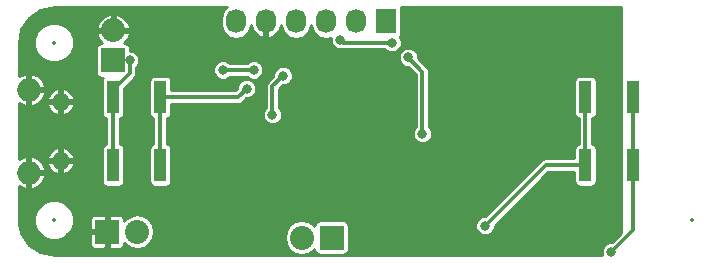
<source format=gtl>
G04 #@! TF.FileFunction,Copper,L1,Top,Signal*
%FSLAX46Y46*%
G04 Gerber Fmt 4.6, Leading zero omitted, Abs format (unit mm)*
G04 Created by KiCad (PCBNEW 4.0.2+dfsg1-stable) date Mon Jul 16 14:53:23 2018*
%MOMM*%
G01*
G04 APERTURE LIST*
%ADD10C,0.350000*%
%ADD11R,2.032000X2.032000*%
%ADD12O,2.032000X2.032000*%
%ADD13R,1.727200X2.032000*%
%ADD14O,1.727200X2.032000*%
%ADD15O,1.500000X1.500000*%
%ADD16O,2.000000X2.000000*%
%ADD17R,1.000000X2.750000*%
%ADD18C,0.800000*%
%ADD19C,0.300000*%
%ADD20C,0.254000*%
%ADD21C,0.350000*%
G04 APERTURE END LIST*
D10*
D11*
X9000000Y-5500000D03*
D12*
X9000000Y-2960000D03*
D11*
X8500000Y-20000000D03*
D12*
X11040000Y-20000000D03*
D13*
X32100000Y-2200000D03*
D14*
X29560000Y-2200000D03*
X27020000Y-2200000D03*
X24480000Y-2200000D03*
X21940000Y-2200000D03*
X19400000Y-2200000D03*
D15*
X4562540Y-14000900D03*
X4562540Y-9000900D03*
D16*
X1862540Y-15000900D03*
X1862540Y-8000900D03*
D11*
X27500000Y-20500000D03*
D12*
X24960000Y-20500000D03*
D17*
X9000000Y-8625000D03*
X9000000Y-14375000D03*
X13000000Y-14375000D03*
X13000000Y-8625000D03*
X53000000Y-14375000D03*
X53000000Y-8625000D03*
X49000000Y-8625000D03*
X49000000Y-14375000D03*
D18*
X10400000Y-5500000D03*
X37250000Y-1500000D03*
X30500000Y-13600000D03*
X36900000Y-20700000D03*
X21900000Y-3800000D03*
X10500000Y-2000000D03*
X18250000Y-7500000D03*
X17500000Y-16750000D03*
X6750000Y-12750000D03*
X6500000Y-10250000D03*
X22500000Y-10100000D03*
X23400000Y-6800000D03*
X51200000Y-21700000D03*
X35200000Y-11700000D03*
X32600000Y-4000000D03*
X28250000Y-3750000D03*
X34000000Y-5250000D03*
X20300000Y-7900000D03*
X20900000Y-6300000D03*
X18300000Y-6300000D03*
X40500000Y-19500000D03*
D19*
X9000000Y-8625000D02*
X9000000Y-8000000D01*
X9000000Y-8000000D02*
X10400000Y-6600000D01*
X10400000Y-6600000D02*
X10400000Y-5500000D01*
X9000000Y-14375000D02*
X9000000Y-8625000D01*
X22500000Y-7700000D02*
X22500000Y-10100000D01*
X23400000Y-6800000D02*
X22500000Y-7700000D01*
X53000000Y-14375000D02*
X53000000Y-19900000D01*
X53000000Y-19900000D02*
X51200000Y-21700000D01*
X53000000Y-8625000D02*
X53000000Y-14375000D01*
X35200000Y-6450000D02*
X34000000Y-5250000D01*
X35200000Y-11700000D02*
X35200000Y-6450000D01*
X32600000Y-4000000D02*
X28500000Y-4000000D01*
X28500000Y-4000000D02*
X28250000Y-3750000D01*
X20300000Y-7900000D02*
X19575000Y-8625000D01*
X19575000Y-8625000D02*
X13000000Y-8625000D01*
X13000000Y-8625000D02*
X13000000Y-14375000D01*
X20900000Y-6300000D02*
X18300000Y-6300000D01*
X49000000Y-8625000D02*
X49000000Y-14375000D01*
X49000000Y-14375000D02*
X45625000Y-14375000D01*
X45625000Y-14375000D02*
X40500000Y-19500000D01*
D20*
G36*
X18487408Y-1106738D02*
X18207641Y-1525439D01*
X18109400Y-2019330D01*
X18109400Y-2380670D01*
X18207641Y-2874561D01*
X18487408Y-3293262D01*
X18906109Y-3573029D01*
X19400000Y-3671270D01*
X19893891Y-3573029D01*
X20312592Y-3293262D01*
X20592359Y-2874561D01*
X20660676Y-2531109D01*
X20825248Y-3005731D01*
X21160122Y-3382596D01*
X21613649Y-3601057D01*
X21813000Y-3529418D01*
X21813000Y-2327000D01*
X21793000Y-2327000D01*
X21793000Y-2073000D01*
X21813000Y-2073000D01*
X21813000Y-2053000D01*
X22067000Y-2053000D01*
X22067000Y-2073000D01*
X22087000Y-2073000D01*
X22087000Y-2327000D01*
X22067000Y-2327000D01*
X22067000Y-3529418D01*
X22266351Y-3601057D01*
X22719878Y-3382596D01*
X23054752Y-3005731D01*
X23219324Y-2531109D01*
X23287641Y-2874561D01*
X23567408Y-3293262D01*
X23986109Y-3573029D01*
X24480000Y-3671270D01*
X24973891Y-3573029D01*
X25392592Y-3293262D01*
X25672359Y-2874561D01*
X25750000Y-2484233D01*
X25827641Y-2874561D01*
X26107408Y-3293262D01*
X26526109Y-3573029D01*
X27020000Y-3671270D01*
X27423139Y-3591081D01*
X27422857Y-3913779D01*
X27548495Y-4217846D01*
X27780930Y-4450688D01*
X28084778Y-4576856D01*
X28413779Y-4577143D01*
X28442032Y-4565469D01*
X28500000Y-4577000D01*
X32007458Y-4577000D01*
X32130930Y-4700688D01*
X32434778Y-4826856D01*
X32763779Y-4827143D01*
X33067846Y-4701505D01*
X33300688Y-4469070D01*
X33426856Y-4165222D01*
X33427143Y-3836221D01*
X33301505Y-3532154D01*
X33279465Y-3510075D01*
X33364664Y-3385381D01*
X33398965Y-3216000D01*
X33398965Y-1184000D01*
X33369191Y-1025763D01*
X33353900Y-1002000D01*
X51973000Y-1002000D01*
X51973000Y-20110999D01*
X51210989Y-20873009D01*
X51036221Y-20872857D01*
X50732154Y-20998495D01*
X50499312Y-21230930D01*
X50373144Y-21534778D01*
X50372857Y-21863779D01*
X50428316Y-21998000D01*
X4049441Y-21998000D01*
X2856479Y-21760705D01*
X1887048Y-21112952D01*
X1239295Y-20143521D01*
X1077896Y-19332112D01*
X2322710Y-19332112D01*
X2577480Y-19948703D01*
X3048816Y-20420862D01*
X3664961Y-20676708D01*
X4332112Y-20677290D01*
X4948703Y-20422520D01*
X5137802Y-20233750D01*
X7057000Y-20233750D01*
X7057000Y-21100935D01*
X7122007Y-21257876D01*
X7242124Y-21377993D01*
X7399064Y-21443000D01*
X8266250Y-21443000D01*
X8373000Y-21336250D01*
X8373000Y-20127000D01*
X7163750Y-20127000D01*
X7057000Y-20233750D01*
X5137802Y-20233750D01*
X5420862Y-19951184D01*
X5676708Y-19335039D01*
X5677088Y-18899065D01*
X7057000Y-18899065D01*
X7057000Y-19766250D01*
X7163750Y-19873000D01*
X8373000Y-19873000D01*
X8373000Y-18663750D01*
X8627000Y-18663750D01*
X8627000Y-19873000D01*
X8647000Y-19873000D01*
X8647000Y-20127000D01*
X8627000Y-20127000D01*
X8627000Y-21336250D01*
X8733750Y-21443000D01*
X9600936Y-21443000D01*
X9757876Y-21377993D01*
X9877993Y-21257876D01*
X9943000Y-21100935D01*
X9943000Y-20933918D01*
X10019645Y-21048625D01*
X10487788Y-21361428D01*
X11040000Y-21471270D01*
X11592212Y-21361428D01*
X12060355Y-21048625D01*
X12373158Y-20580482D01*
X12394790Y-20471730D01*
X23517000Y-20471730D01*
X23517000Y-20528270D01*
X23626842Y-21080482D01*
X23939645Y-21548625D01*
X24407788Y-21861428D01*
X24960000Y-21971270D01*
X25512212Y-21861428D01*
X25980355Y-21548625D01*
X26048635Y-21446437D01*
X26048635Y-21516000D01*
X26078409Y-21674237D01*
X26171927Y-21819567D01*
X26314619Y-21917064D01*
X26484000Y-21951365D01*
X28516000Y-21951365D01*
X28674237Y-21921591D01*
X28819567Y-21828073D01*
X28917064Y-21685381D01*
X28951365Y-21516000D01*
X28951365Y-19663779D01*
X39672857Y-19663779D01*
X39798495Y-19967846D01*
X40030930Y-20200688D01*
X40334778Y-20326856D01*
X40663779Y-20327143D01*
X40967846Y-20201505D01*
X41200688Y-19969070D01*
X41326856Y-19665222D01*
X41327010Y-19488992D01*
X45864001Y-14952000D01*
X48064635Y-14952000D01*
X48064635Y-15750000D01*
X48094409Y-15908237D01*
X48187927Y-16053567D01*
X48330619Y-16151064D01*
X48500000Y-16185365D01*
X49500000Y-16185365D01*
X49658237Y-16155591D01*
X49803567Y-16062073D01*
X49901064Y-15919381D01*
X49935365Y-15750000D01*
X49935365Y-13000000D01*
X49905591Y-12841763D01*
X49812073Y-12696433D01*
X49669381Y-12598936D01*
X49577000Y-12580228D01*
X49577000Y-10420877D01*
X49658237Y-10405591D01*
X49803567Y-10312073D01*
X49901064Y-10169381D01*
X49935365Y-10000000D01*
X49935365Y-7250000D01*
X49905591Y-7091763D01*
X49812073Y-6946433D01*
X49669381Y-6848936D01*
X49500000Y-6814635D01*
X48500000Y-6814635D01*
X48341763Y-6844409D01*
X48196433Y-6937927D01*
X48098936Y-7080619D01*
X48064635Y-7250000D01*
X48064635Y-10000000D01*
X48094409Y-10158237D01*
X48187927Y-10303567D01*
X48330619Y-10401064D01*
X48423000Y-10419772D01*
X48423000Y-12579123D01*
X48341763Y-12594409D01*
X48196433Y-12687927D01*
X48098936Y-12830619D01*
X48064635Y-13000000D01*
X48064635Y-13798000D01*
X45625005Y-13798000D01*
X45625000Y-13797999D01*
X45404192Y-13841922D01*
X45216999Y-13966999D01*
X45216997Y-13967002D01*
X40510989Y-18673009D01*
X40336221Y-18672857D01*
X40032154Y-18798495D01*
X39799312Y-19030930D01*
X39673144Y-19334778D01*
X39672857Y-19663779D01*
X28951365Y-19663779D01*
X28951365Y-19484000D01*
X28921591Y-19325763D01*
X28828073Y-19180433D01*
X28685381Y-19082936D01*
X28516000Y-19048635D01*
X26484000Y-19048635D01*
X26325763Y-19078409D01*
X26180433Y-19171927D01*
X26082936Y-19314619D01*
X26048635Y-19484000D01*
X26048635Y-19553563D01*
X25980355Y-19451375D01*
X25512212Y-19138572D01*
X24960000Y-19028730D01*
X24407788Y-19138572D01*
X23939645Y-19451375D01*
X23626842Y-19919518D01*
X23517000Y-20471730D01*
X12394790Y-20471730D01*
X12483000Y-20028270D01*
X12483000Y-19971730D01*
X12373158Y-19419518D01*
X12060355Y-18951375D01*
X11592212Y-18638572D01*
X11040000Y-18528730D01*
X10487788Y-18638572D01*
X10019645Y-18951375D01*
X9943000Y-19066082D01*
X9943000Y-18899065D01*
X9877993Y-18742124D01*
X9757876Y-18622007D01*
X9600936Y-18557000D01*
X8733750Y-18557000D01*
X8627000Y-18663750D01*
X8373000Y-18663750D01*
X8266250Y-18557000D01*
X7399064Y-18557000D01*
X7242124Y-18622007D01*
X7122007Y-18742124D01*
X7057000Y-18899065D01*
X5677088Y-18899065D01*
X5677290Y-18667888D01*
X5422520Y-18051297D01*
X4951184Y-17579138D01*
X4335039Y-17323292D01*
X3667888Y-17322710D01*
X3051297Y-17577480D01*
X2579138Y-18048816D01*
X2323292Y-18664961D01*
X2322710Y-19332112D01*
X1077896Y-19332112D01*
X1002000Y-18950559D01*
X1002000Y-16135830D01*
X1011603Y-16146441D01*
X1514756Y-16384881D01*
X1735540Y-16315497D01*
X1735540Y-15127900D01*
X1989540Y-15127900D01*
X1989540Y-16315497D01*
X2210324Y-16384881D01*
X2713477Y-16146441D01*
X3087083Y-15733602D01*
X3246511Y-15348683D01*
X3176667Y-15127900D01*
X1989540Y-15127900D01*
X1735540Y-15127900D01*
X1715540Y-15127900D01*
X1715540Y-14873900D01*
X1735540Y-14873900D01*
X1735540Y-13686303D01*
X1989540Y-13686303D01*
X1989540Y-14873900D01*
X3176667Y-14873900D01*
X3246511Y-14653117D01*
X3104143Y-14309385D01*
X3426685Y-14309385D01*
X3541228Y-14585945D01*
X3842858Y-14932250D01*
X4254053Y-15136766D01*
X4435540Y-15064290D01*
X4435540Y-14127900D01*
X4689540Y-14127900D01*
X4689540Y-15064290D01*
X4871027Y-15136766D01*
X5282222Y-14932250D01*
X5583852Y-14585945D01*
X5698395Y-14309385D01*
X5625228Y-14127900D01*
X4689540Y-14127900D01*
X4435540Y-14127900D01*
X3499852Y-14127900D01*
X3426685Y-14309385D01*
X3104143Y-14309385D01*
X3087083Y-14268198D01*
X2713477Y-13855359D01*
X2369635Y-13692415D01*
X3426685Y-13692415D01*
X3499852Y-13873900D01*
X4435540Y-13873900D01*
X4435540Y-12937510D01*
X4689540Y-12937510D01*
X4689540Y-13873900D01*
X5625228Y-13873900D01*
X5698395Y-13692415D01*
X5583852Y-13415855D01*
X5282222Y-13069550D01*
X4871027Y-12865034D01*
X4689540Y-12937510D01*
X4435540Y-12937510D01*
X4254053Y-12865034D01*
X3842858Y-13069550D01*
X3541228Y-13415855D01*
X3426685Y-13692415D01*
X2369635Y-13692415D01*
X2210324Y-13616919D01*
X1989540Y-13686303D01*
X1735540Y-13686303D01*
X1514756Y-13616919D01*
X1011603Y-13855359D01*
X1002000Y-13865970D01*
X1002000Y-9135830D01*
X1011603Y-9146441D01*
X1514756Y-9384881D01*
X1735540Y-9315497D01*
X1735540Y-8127900D01*
X1989540Y-8127900D01*
X1989540Y-9315497D01*
X2210324Y-9384881D01*
X2369634Y-9309385D01*
X3426685Y-9309385D01*
X3541228Y-9585945D01*
X3842858Y-9932250D01*
X4254053Y-10136766D01*
X4435540Y-10064290D01*
X4435540Y-9127900D01*
X4689540Y-9127900D01*
X4689540Y-10064290D01*
X4871027Y-10136766D01*
X5282222Y-9932250D01*
X5583852Y-9585945D01*
X5698395Y-9309385D01*
X5625228Y-9127900D01*
X4689540Y-9127900D01*
X4435540Y-9127900D01*
X3499852Y-9127900D01*
X3426685Y-9309385D01*
X2369634Y-9309385D01*
X2713477Y-9146441D01*
X3087083Y-8733602D01*
X3104142Y-8692415D01*
X3426685Y-8692415D01*
X3499852Y-8873900D01*
X4435540Y-8873900D01*
X4435540Y-7937510D01*
X4689540Y-7937510D01*
X4689540Y-8873900D01*
X5625228Y-8873900D01*
X5698395Y-8692415D01*
X5583852Y-8415855D01*
X5282222Y-8069550D01*
X4871027Y-7865034D01*
X4689540Y-7937510D01*
X4435540Y-7937510D01*
X4254053Y-7865034D01*
X3842858Y-8069550D01*
X3541228Y-8415855D01*
X3426685Y-8692415D01*
X3104142Y-8692415D01*
X3246511Y-8348683D01*
X3176667Y-8127900D01*
X1989540Y-8127900D01*
X1735540Y-8127900D01*
X1715540Y-8127900D01*
X1715540Y-7873900D01*
X1735540Y-7873900D01*
X1735540Y-6686303D01*
X1989540Y-6686303D01*
X1989540Y-7873900D01*
X3176667Y-7873900D01*
X3246511Y-7653117D01*
X3087083Y-7268198D01*
X2713477Y-6855359D01*
X2210324Y-6616919D01*
X1989540Y-6686303D01*
X1735540Y-6686303D01*
X1514756Y-6616919D01*
X1011603Y-6855359D01*
X1002000Y-6865970D01*
X1002000Y-4332112D01*
X2322710Y-4332112D01*
X2577480Y-4948703D01*
X3048816Y-5420862D01*
X3664961Y-5676708D01*
X4332112Y-5677290D01*
X4948703Y-5422520D01*
X5420862Y-4951184D01*
X5614853Y-4484000D01*
X7548635Y-4484000D01*
X7548635Y-6516000D01*
X7578409Y-6674237D01*
X7671927Y-6819567D01*
X7814619Y-6917064D01*
X7984000Y-6951365D01*
X8187251Y-6951365D01*
X8098936Y-7080619D01*
X8064635Y-7250000D01*
X8064635Y-10000000D01*
X8094409Y-10158237D01*
X8187927Y-10303567D01*
X8330619Y-10401064D01*
X8423000Y-10419772D01*
X8423000Y-12579123D01*
X8341763Y-12594409D01*
X8196433Y-12687927D01*
X8098936Y-12830619D01*
X8064635Y-13000000D01*
X8064635Y-15750000D01*
X8094409Y-15908237D01*
X8187927Y-16053567D01*
X8330619Y-16151064D01*
X8500000Y-16185365D01*
X9500000Y-16185365D01*
X9658237Y-16155591D01*
X9803567Y-16062073D01*
X9901064Y-15919381D01*
X9935365Y-15750000D01*
X9935365Y-13000000D01*
X9905591Y-12841763D01*
X9812073Y-12696433D01*
X9669381Y-12598936D01*
X9577000Y-12580228D01*
X9577000Y-10420877D01*
X9658237Y-10405591D01*
X9803567Y-10312073D01*
X9901064Y-10169381D01*
X9935365Y-10000000D01*
X9935365Y-7880637D01*
X10566002Y-7250000D01*
X12064635Y-7250000D01*
X12064635Y-10000000D01*
X12094409Y-10158237D01*
X12187927Y-10303567D01*
X12330619Y-10401064D01*
X12423000Y-10419772D01*
X12423000Y-12579123D01*
X12341763Y-12594409D01*
X12196433Y-12687927D01*
X12098936Y-12830619D01*
X12064635Y-13000000D01*
X12064635Y-15750000D01*
X12094409Y-15908237D01*
X12187927Y-16053567D01*
X12330619Y-16151064D01*
X12500000Y-16185365D01*
X13500000Y-16185365D01*
X13658237Y-16155591D01*
X13803567Y-16062073D01*
X13901064Y-15919381D01*
X13935365Y-15750000D01*
X13935365Y-13000000D01*
X13905591Y-12841763D01*
X13812073Y-12696433D01*
X13669381Y-12598936D01*
X13577000Y-12580228D01*
X13577000Y-10420877D01*
X13658237Y-10405591D01*
X13803567Y-10312073D01*
X13836564Y-10263779D01*
X21672857Y-10263779D01*
X21798495Y-10567846D01*
X22030930Y-10800688D01*
X22334778Y-10926856D01*
X22663779Y-10927143D01*
X22967846Y-10801505D01*
X23200688Y-10569070D01*
X23326856Y-10265222D01*
X23327143Y-9936221D01*
X23201505Y-9632154D01*
X23077000Y-9507431D01*
X23077000Y-7939002D01*
X23389011Y-7626991D01*
X23563779Y-7627143D01*
X23867846Y-7501505D01*
X24100688Y-7269070D01*
X24226856Y-6965222D01*
X24227143Y-6636221D01*
X24101505Y-6332154D01*
X23869070Y-6099312D01*
X23565222Y-5973144D01*
X23236221Y-5972857D01*
X22932154Y-6098495D01*
X22699312Y-6330930D01*
X22573144Y-6634778D01*
X22572990Y-6811008D01*
X22091999Y-7291999D01*
X21966922Y-7479192D01*
X21922999Y-7700000D01*
X21923000Y-7700005D01*
X21923000Y-9507458D01*
X21799312Y-9630930D01*
X21673144Y-9934778D01*
X21672857Y-10263779D01*
X13836564Y-10263779D01*
X13901064Y-10169381D01*
X13935365Y-10000000D01*
X13935365Y-9202000D01*
X19574995Y-9202000D01*
X19575000Y-9202001D01*
X19795808Y-9158078D01*
X19983001Y-9033001D01*
X20289011Y-8726991D01*
X20463779Y-8727143D01*
X20767846Y-8601505D01*
X21000688Y-8369070D01*
X21126856Y-8065222D01*
X21127143Y-7736221D01*
X21001505Y-7432154D01*
X20769070Y-7199312D01*
X20465222Y-7073144D01*
X20136221Y-7072857D01*
X19832154Y-7198495D01*
X19599312Y-7430930D01*
X19473144Y-7734778D01*
X19472990Y-7911008D01*
X19335998Y-8048000D01*
X13935365Y-8048000D01*
X13935365Y-7250000D01*
X13905591Y-7091763D01*
X13812073Y-6946433D01*
X13669381Y-6848936D01*
X13500000Y-6814635D01*
X12500000Y-6814635D01*
X12341763Y-6844409D01*
X12196433Y-6937927D01*
X12098936Y-7080619D01*
X12064635Y-7250000D01*
X10566002Y-7250000D01*
X10808001Y-7008001D01*
X10933078Y-6820808D01*
X10977001Y-6600000D01*
X10977000Y-6599995D01*
X10977000Y-6463779D01*
X17472857Y-6463779D01*
X17598495Y-6767846D01*
X17830930Y-7000688D01*
X18134778Y-7126856D01*
X18463779Y-7127143D01*
X18767846Y-7001505D01*
X18892569Y-6877000D01*
X20307458Y-6877000D01*
X20430930Y-7000688D01*
X20734778Y-7126856D01*
X21063779Y-7127143D01*
X21367846Y-7001505D01*
X21600688Y-6769070D01*
X21726856Y-6465222D01*
X21727143Y-6136221D01*
X21601505Y-5832154D01*
X21369070Y-5599312D01*
X21065222Y-5473144D01*
X20736221Y-5472857D01*
X20432154Y-5598495D01*
X20307431Y-5723000D01*
X18892542Y-5723000D01*
X18769070Y-5599312D01*
X18465222Y-5473144D01*
X18136221Y-5472857D01*
X17832154Y-5598495D01*
X17599312Y-5830930D01*
X17473144Y-6134778D01*
X17472857Y-6463779D01*
X10977000Y-6463779D01*
X10977000Y-6092542D01*
X11100688Y-5969070D01*
X11226856Y-5665222D01*
X11227075Y-5413779D01*
X33172857Y-5413779D01*
X33298495Y-5717846D01*
X33530930Y-5950688D01*
X33834778Y-6076856D01*
X34011008Y-6077010D01*
X34623000Y-6689001D01*
X34623000Y-11107458D01*
X34499312Y-11230930D01*
X34373144Y-11534778D01*
X34372857Y-11863779D01*
X34498495Y-12167846D01*
X34730930Y-12400688D01*
X35034778Y-12526856D01*
X35363779Y-12527143D01*
X35667846Y-12401505D01*
X35900688Y-12169070D01*
X36026856Y-11865222D01*
X36027143Y-11536221D01*
X35901505Y-11232154D01*
X35777000Y-11107431D01*
X35777000Y-6450000D01*
X35733078Y-6229192D01*
X35608001Y-6041999D01*
X35607998Y-6041997D01*
X34826991Y-5260989D01*
X34827143Y-5086221D01*
X34701505Y-4782154D01*
X34469070Y-4549312D01*
X34165222Y-4423144D01*
X33836221Y-4422857D01*
X33532154Y-4548495D01*
X33299312Y-4780930D01*
X33173144Y-5084778D01*
X33172857Y-5413779D01*
X11227075Y-5413779D01*
X11227143Y-5336221D01*
X11101505Y-5032154D01*
X10869070Y-4799312D01*
X10565222Y-4673144D01*
X10451365Y-4673045D01*
X10451365Y-4484000D01*
X10421591Y-4325763D01*
X10328073Y-4180433D01*
X10185381Y-4082936D01*
X10016000Y-4048635D01*
X9923349Y-4048635D01*
X10237538Y-3702143D01*
X10399836Y-3310295D01*
X10330201Y-3087000D01*
X9127000Y-3087000D01*
X9127000Y-3107000D01*
X8873000Y-3107000D01*
X8873000Y-3087000D01*
X7669799Y-3087000D01*
X7600164Y-3310295D01*
X7762462Y-3702143D01*
X8076651Y-4048635D01*
X7984000Y-4048635D01*
X7825763Y-4078409D01*
X7680433Y-4171927D01*
X7582936Y-4314619D01*
X7548635Y-4484000D01*
X5614853Y-4484000D01*
X5676708Y-4335039D01*
X5677290Y-3667888D01*
X5422520Y-3051297D01*
X4981698Y-2609705D01*
X7600164Y-2609705D01*
X7669799Y-2833000D01*
X8873000Y-2833000D01*
X8873000Y-1629340D01*
X9127000Y-1629340D01*
X9127000Y-2833000D01*
X10330201Y-2833000D01*
X10399836Y-2609705D01*
X10237538Y-2217857D01*
X9859330Y-1800764D01*
X9350297Y-1560154D01*
X9127000Y-1629340D01*
X8873000Y-1629340D01*
X8649703Y-1560154D01*
X8140670Y-1800764D01*
X7762462Y-2217857D01*
X7600164Y-2609705D01*
X4981698Y-2609705D01*
X4951184Y-2579138D01*
X4335039Y-2323292D01*
X3667888Y-2322710D01*
X3051297Y-2577480D01*
X2579138Y-3048816D01*
X2323292Y-3664961D01*
X2322710Y-4332112D01*
X1002000Y-4332112D01*
X1002000Y-4049441D01*
X1239295Y-2856479D01*
X1887048Y-1887048D01*
X2856479Y-1239295D01*
X4049441Y-1002000D01*
X18644160Y-1002000D01*
X18487408Y-1106738D01*
X18487408Y-1106738D01*
G37*
X18487408Y-1106738D02*
X18207641Y-1525439D01*
X18109400Y-2019330D01*
X18109400Y-2380670D01*
X18207641Y-2874561D01*
X18487408Y-3293262D01*
X18906109Y-3573029D01*
X19400000Y-3671270D01*
X19893891Y-3573029D01*
X20312592Y-3293262D01*
X20592359Y-2874561D01*
X20660676Y-2531109D01*
X20825248Y-3005731D01*
X21160122Y-3382596D01*
X21613649Y-3601057D01*
X21813000Y-3529418D01*
X21813000Y-2327000D01*
X21793000Y-2327000D01*
X21793000Y-2073000D01*
X21813000Y-2073000D01*
X21813000Y-2053000D01*
X22067000Y-2053000D01*
X22067000Y-2073000D01*
X22087000Y-2073000D01*
X22087000Y-2327000D01*
X22067000Y-2327000D01*
X22067000Y-3529418D01*
X22266351Y-3601057D01*
X22719878Y-3382596D01*
X23054752Y-3005731D01*
X23219324Y-2531109D01*
X23287641Y-2874561D01*
X23567408Y-3293262D01*
X23986109Y-3573029D01*
X24480000Y-3671270D01*
X24973891Y-3573029D01*
X25392592Y-3293262D01*
X25672359Y-2874561D01*
X25750000Y-2484233D01*
X25827641Y-2874561D01*
X26107408Y-3293262D01*
X26526109Y-3573029D01*
X27020000Y-3671270D01*
X27423139Y-3591081D01*
X27422857Y-3913779D01*
X27548495Y-4217846D01*
X27780930Y-4450688D01*
X28084778Y-4576856D01*
X28413779Y-4577143D01*
X28442032Y-4565469D01*
X28500000Y-4577000D01*
X32007458Y-4577000D01*
X32130930Y-4700688D01*
X32434778Y-4826856D01*
X32763779Y-4827143D01*
X33067846Y-4701505D01*
X33300688Y-4469070D01*
X33426856Y-4165222D01*
X33427143Y-3836221D01*
X33301505Y-3532154D01*
X33279465Y-3510075D01*
X33364664Y-3385381D01*
X33398965Y-3216000D01*
X33398965Y-1184000D01*
X33369191Y-1025763D01*
X33353900Y-1002000D01*
X51973000Y-1002000D01*
X51973000Y-20110999D01*
X51210989Y-20873009D01*
X51036221Y-20872857D01*
X50732154Y-20998495D01*
X50499312Y-21230930D01*
X50373144Y-21534778D01*
X50372857Y-21863779D01*
X50428316Y-21998000D01*
X4049441Y-21998000D01*
X2856479Y-21760705D01*
X1887048Y-21112952D01*
X1239295Y-20143521D01*
X1077896Y-19332112D01*
X2322710Y-19332112D01*
X2577480Y-19948703D01*
X3048816Y-20420862D01*
X3664961Y-20676708D01*
X4332112Y-20677290D01*
X4948703Y-20422520D01*
X5137802Y-20233750D01*
X7057000Y-20233750D01*
X7057000Y-21100935D01*
X7122007Y-21257876D01*
X7242124Y-21377993D01*
X7399064Y-21443000D01*
X8266250Y-21443000D01*
X8373000Y-21336250D01*
X8373000Y-20127000D01*
X7163750Y-20127000D01*
X7057000Y-20233750D01*
X5137802Y-20233750D01*
X5420862Y-19951184D01*
X5676708Y-19335039D01*
X5677088Y-18899065D01*
X7057000Y-18899065D01*
X7057000Y-19766250D01*
X7163750Y-19873000D01*
X8373000Y-19873000D01*
X8373000Y-18663750D01*
X8627000Y-18663750D01*
X8627000Y-19873000D01*
X8647000Y-19873000D01*
X8647000Y-20127000D01*
X8627000Y-20127000D01*
X8627000Y-21336250D01*
X8733750Y-21443000D01*
X9600936Y-21443000D01*
X9757876Y-21377993D01*
X9877993Y-21257876D01*
X9943000Y-21100935D01*
X9943000Y-20933918D01*
X10019645Y-21048625D01*
X10487788Y-21361428D01*
X11040000Y-21471270D01*
X11592212Y-21361428D01*
X12060355Y-21048625D01*
X12373158Y-20580482D01*
X12394790Y-20471730D01*
X23517000Y-20471730D01*
X23517000Y-20528270D01*
X23626842Y-21080482D01*
X23939645Y-21548625D01*
X24407788Y-21861428D01*
X24960000Y-21971270D01*
X25512212Y-21861428D01*
X25980355Y-21548625D01*
X26048635Y-21446437D01*
X26048635Y-21516000D01*
X26078409Y-21674237D01*
X26171927Y-21819567D01*
X26314619Y-21917064D01*
X26484000Y-21951365D01*
X28516000Y-21951365D01*
X28674237Y-21921591D01*
X28819567Y-21828073D01*
X28917064Y-21685381D01*
X28951365Y-21516000D01*
X28951365Y-19663779D01*
X39672857Y-19663779D01*
X39798495Y-19967846D01*
X40030930Y-20200688D01*
X40334778Y-20326856D01*
X40663779Y-20327143D01*
X40967846Y-20201505D01*
X41200688Y-19969070D01*
X41326856Y-19665222D01*
X41327010Y-19488992D01*
X45864001Y-14952000D01*
X48064635Y-14952000D01*
X48064635Y-15750000D01*
X48094409Y-15908237D01*
X48187927Y-16053567D01*
X48330619Y-16151064D01*
X48500000Y-16185365D01*
X49500000Y-16185365D01*
X49658237Y-16155591D01*
X49803567Y-16062073D01*
X49901064Y-15919381D01*
X49935365Y-15750000D01*
X49935365Y-13000000D01*
X49905591Y-12841763D01*
X49812073Y-12696433D01*
X49669381Y-12598936D01*
X49577000Y-12580228D01*
X49577000Y-10420877D01*
X49658237Y-10405591D01*
X49803567Y-10312073D01*
X49901064Y-10169381D01*
X49935365Y-10000000D01*
X49935365Y-7250000D01*
X49905591Y-7091763D01*
X49812073Y-6946433D01*
X49669381Y-6848936D01*
X49500000Y-6814635D01*
X48500000Y-6814635D01*
X48341763Y-6844409D01*
X48196433Y-6937927D01*
X48098936Y-7080619D01*
X48064635Y-7250000D01*
X48064635Y-10000000D01*
X48094409Y-10158237D01*
X48187927Y-10303567D01*
X48330619Y-10401064D01*
X48423000Y-10419772D01*
X48423000Y-12579123D01*
X48341763Y-12594409D01*
X48196433Y-12687927D01*
X48098936Y-12830619D01*
X48064635Y-13000000D01*
X48064635Y-13798000D01*
X45625005Y-13798000D01*
X45625000Y-13797999D01*
X45404192Y-13841922D01*
X45216999Y-13966999D01*
X45216997Y-13967002D01*
X40510989Y-18673009D01*
X40336221Y-18672857D01*
X40032154Y-18798495D01*
X39799312Y-19030930D01*
X39673144Y-19334778D01*
X39672857Y-19663779D01*
X28951365Y-19663779D01*
X28951365Y-19484000D01*
X28921591Y-19325763D01*
X28828073Y-19180433D01*
X28685381Y-19082936D01*
X28516000Y-19048635D01*
X26484000Y-19048635D01*
X26325763Y-19078409D01*
X26180433Y-19171927D01*
X26082936Y-19314619D01*
X26048635Y-19484000D01*
X26048635Y-19553563D01*
X25980355Y-19451375D01*
X25512212Y-19138572D01*
X24960000Y-19028730D01*
X24407788Y-19138572D01*
X23939645Y-19451375D01*
X23626842Y-19919518D01*
X23517000Y-20471730D01*
X12394790Y-20471730D01*
X12483000Y-20028270D01*
X12483000Y-19971730D01*
X12373158Y-19419518D01*
X12060355Y-18951375D01*
X11592212Y-18638572D01*
X11040000Y-18528730D01*
X10487788Y-18638572D01*
X10019645Y-18951375D01*
X9943000Y-19066082D01*
X9943000Y-18899065D01*
X9877993Y-18742124D01*
X9757876Y-18622007D01*
X9600936Y-18557000D01*
X8733750Y-18557000D01*
X8627000Y-18663750D01*
X8373000Y-18663750D01*
X8266250Y-18557000D01*
X7399064Y-18557000D01*
X7242124Y-18622007D01*
X7122007Y-18742124D01*
X7057000Y-18899065D01*
X5677088Y-18899065D01*
X5677290Y-18667888D01*
X5422520Y-18051297D01*
X4951184Y-17579138D01*
X4335039Y-17323292D01*
X3667888Y-17322710D01*
X3051297Y-17577480D01*
X2579138Y-18048816D01*
X2323292Y-18664961D01*
X2322710Y-19332112D01*
X1077896Y-19332112D01*
X1002000Y-18950559D01*
X1002000Y-16135830D01*
X1011603Y-16146441D01*
X1514756Y-16384881D01*
X1735540Y-16315497D01*
X1735540Y-15127900D01*
X1989540Y-15127900D01*
X1989540Y-16315497D01*
X2210324Y-16384881D01*
X2713477Y-16146441D01*
X3087083Y-15733602D01*
X3246511Y-15348683D01*
X3176667Y-15127900D01*
X1989540Y-15127900D01*
X1735540Y-15127900D01*
X1715540Y-15127900D01*
X1715540Y-14873900D01*
X1735540Y-14873900D01*
X1735540Y-13686303D01*
X1989540Y-13686303D01*
X1989540Y-14873900D01*
X3176667Y-14873900D01*
X3246511Y-14653117D01*
X3104143Y-14309385D01*
X3426685Y-14309385D01*
X3541228Y-14585945D01*
X3842858Y-14932250D01*
X4254053Y-15136766D01*
X4435540Y-15064290D01*
X4435540Y-14127900D01*
X4689540Y-14127900D01*
X4689540Y-15064290D01*
X4871027Y-15136766D01*
X5282222Y-14932250D01*
X5583852Y-14585945D01*
X5698395Y-14309385D01*
X5625228Y-14127900D01*
X4689540Y-14127900D01*
X4435540Y-14127900D01*
X3499852Y-14127900D01*
X3426685Y-14309385D01*
X3104143Y-14309385D01*
X3087083Y-14268198D01*
X2713477Y-13855359D01*
X2369635Y-13692415D01*
X3426685Y-13692415D01*
X3499852Y-13873900D01*
X4435540Y-13873900D01*
X4435540Y-12937510D01*
X4689540Y-12937510D01*
X4689540Y-13873900D01*
X5625228Y-13873900D01*
X5698395Y-13692415D01*
X5583852Y-13415855D01*
X5282222Y-13069550D01*
X4871027Y-12865034D01*
X4689540Y-12937510D01*
X4435540Y-12937510D01*
X4254053Y-12865034D01*
X3842858Y-13069550D01*
X3541228Y-13415855D01*
X3426685Y-13692415D01*
X2369635Y-13692415D01*
X2210324Y-13616919D01*
X1989540Y-13686303D01*
X1735540Y-13686303D01*
X1514756Y-13616919D01*
X1011603Y-13855359D01*
X1002000Y-13865970D01*
X1002000Y-9135830D01*
X1011603Y-9146441D01*
X1514756Y-9384881D01*
X1735540Y-9315497D01*
X1735540Y-8127900D01*
X1989540Y-8127900D01*
X1989540Y-9315497D01*
X2210324Y-9384881D01*
X2369634Y-9309385D01*
X3426685Y-9309385D01*
X3541228Y-9585945D01*
X3842858Y-9932250D01*
X4254053Y-10136766D01*
X4435540Y-10064290D01*
X4435540Y-9127900D01*
X4689540Y-9127900D01*
X4689540Y-10064290D01*
X4871027Y-10136766D01*
X5282222Y-9932250D01*
X5583852Y-9585945D01*
X5698395Y-9309385D01*
X5625228Y-9127900D01*
X4689540Y-9127900D01*
X4435540Y-9127900D01*
X3499852Y-9127900D01*
X3426685Y-9309385D01*
X2369634Y-9309385D01*
X2713477Y-9146441D01*
X3087083Y-8733602D01*
X3104142Y-8692415D01*
X3426685Y-8692415D01*
X3499852Y-8873900D01*
X4435540Y-8873900D01*
X4435540Y-7937510D01*
X4689540Y-7937510D01*
X4689540Y-8873900D01*
X5625228Y-8873900D01*
X5698395Y-8692415D01*
X5583852Y-8415855D01*
X5282222Y-8069550D01*
X4871027Y-7865034D01*
X4689540Y-7937510D01*
X4435540Y-7937510D01*
X4254053Y-7865034D01*
X3842858Y-8069550D01*
X3541228Y-8415855D01*
X3426685Y-8692415D01*
X3104142Y-8692415D01*
X3246511Y-8348683D01*
X3176667Y-8127900D01*
X1989540Y-8127900D01*
X1735540Y-8127900D01*
X1715540Y-8127900D01*
X1715540Y-7873900D01*
X1735540Y-7873900D01*
X1735540Y-6686303D01*
X1989540Y-6686303D01*
X1989540Y-7873900D01*
X3176667Y-7873900D01*
X3246511Y-7653117D01*
X3087083Y-7268198D01*
X2713477Y-6855359D01*
X2210324Y-6616919D01*
X1989540Y-6686303D01*
X1735540Y-6686303D01*
X1514756Y-6616919D01*
X1011603Y-6855359D01*
X1002000Y-6865970D01*
X1002000Y-4332112D01*
X2322710Y-4332112D01*
X2577480Y-4948703D01*
X3048816Y-5420862D01*
X3664961Y-5676708D01*
X4332112Y-5677290D01*
X4948703Y-5422520D01*
X5420862Y-4951184D01*
X5614853Y-4484000D01*
X7548635Y-4484000D01*
X7548635Y-6516000D01*
X7578409Y-6674237D01*
X7671927Y-6819567D01*
X7814619Y-6917064D01*
X7984000Y-6951365D01*
X8187251Y-6951365D01*
X8098936Y-7080619D01*
X8064635Y-7250000D01*
X8064635Y-10000000D01*
X8094409Y-10158237D01*
X8187927Y-10303567D01*
X8330619Y-10401064D01*
X8423000Y-10419772D01*
X8423000Y-12579123D01*
X8341763Y-12594409D01*
X8196433Y-12687927D01*
X8098936Y-12830619D01*
X8064635Y-13000000D01*
X8064635Y-15750000D01*
X8094409Y-15908237D01*
X8187927Y-16053567D01*
X8330619Y-16151064D01*
X8500000Y-16185365D01*
X9500000Y-16185365D01*
X9658237Y-16155591D01*
X9803567Y-16062073D01*
X9901064Y-15919381D01*
X9935365Y-15750000D01*
X9935365Y-13000000D01*
X9905591Y-12841763D01*
X9812073Y-12696433D01*
X9669381Y-12598936D01*
X9577000Y-12580228D01*
X9577000Y-10420877D01*
X9658237Y-10405591D01*
X9803567Y-10312073D01*
X9901064Y-10169381D01*
X9935365Y-10000000D01*
X9935365Y-7880637D01*
X10566002Y-7250000D01*
X12064635Y-7250000D01*
X12064635Y-10000000D01*
X12094409Y-10158237D01*
X12187927Y-10303567D01*
X12330619Y-10401064D01*
X12423000Y-10419772D01*
X12423000Y-12579123D01*
X12341763Y-12594409D01*
X12196433Y-12687927D01*
X12098936Y-12830619D01*
X12064635Y-13000000D01*
X12064635Y-15750000D01*
X12094409Y-15908237D01*
X12187927Y-16053567D01*
X12330619Y-16151064D01*
X12500000Y-16185365D01*
X13500000Y-16185365D01*
X13658237Y-16155591D01*
X13803567Y-16062073D01*
X13901064Y-15919381D01*
X13935365Y-15750000D01*
X13935365Y-13000000D01*
X13905591Y-12841763D01*
X13812073Y-12696433D01*
X13669381Y-12598936D01*
X13577000Y-12580228D01*
X13577000Y-10420877D01*
X13658237Y-10405591D01*
X13803567Y-10312073D01*
X13836564Y-10263779D01*
X21672857Y-10263779D01*
X21798495Y-10567846D01*
X22030930Y-10800688D01*
X22334778Y-10926856D01*
X22663779Y-10927143D01*
X22967846Y-10801505D01*
X23200688Y-10569070D01*
X23326856Y-10265222D01*
X23327143Y-9936221D01*
X23201505Y-9632154D01*
X23077000Y-9507431D01*
X23077000Y-7939002D01*
X23389011Y-7626991D01*
X23563779Y-7627143D01*
X23867846Y-7501505D01*
X24100688Y-7269070D01*
X24226856Y-6965222D01*
X24227143Y-6636221D01*
X24101505Y-6332154D01*
X23869070Y-6099312D01*
X23565222Y-5973144D01*
X23236221Y-5972857D01*
X22932154Y-6098495D01*
X22699312Y-6330930D01*
X22573144Y-6634778D01*
X22572990Y-6811008D01*
X22091999Y-7291999D01*
X21966922Y-7479192D01*
X21922999Y-7700000D01*
X21923000Y-7700005D01*
X21923000Y-9507458D01*
X21799312Y-9630930D01*
X21673144Y-9934778D01*
X21672857Y-10263779D01*
X13836564Y-10263779D01*
X13901064Y-10169381D01*
X13935365Y-10000000D01*
X13935365Y-9202000D01*
X19574995Y-9202000D01*
X19575000Y-9202001D01*
X19795808Y-9158078D01*
X19983001Y-9033001D01*
X20289011Y-8726991D01*
X20463779Y-8727143D01*
X20767846Y-8601505D01*
X21000688Y-8369070D01*
X21126856Y-8065222D01*
X21127143Y-7736221D01*
X21001505Y-7432154D01*
X20769070Y-7199312D01*
X20465222Y-7073144D01*
X20136221Y-7072857D01*
X19832154Y-7198495D01*
X19599312Y-7430930D01*
X19473144Y-7734778D01*
X19472990Y-7911008D01*
X19335998Y-8048000D01*
X13935365Y-8048000D01*
X13935365Y-7250000D01*
X13905591Y-7091763D01*
X13812073Y-6946433D01*
X13669381Y-6848936D01*
X13500000Y-6814635D01*
X12500000Y-6814635D01*
X12341763Y-6844409D01*
X12196433Y-6937927D01*
X12098936Y-7080619D01*
X12064635Y-7250000D01*
X10566002Y-7250000D01*
X10808001Y-7008001D01*
X10933078Y-6820808D01*
X10977001Y-6600000D01*
X10977000Y-6599995D01*
X10977000Y-6463779D01*
X17472857Y-6463779D01*
X17598495Y-6767846D01*
X17830930Y-7000688D01*
X18134778Y-7126856D01*
X18463779Y-7127143D01*
X18767846Y-7001505D01*
X18892569Y-6877000D01*
X20307458Y-6877000D01*
X20430930Y-7000688D01*
X20734778Y-7126856D01*
X21063779Y-7127143D01*
X21367846Y-7001505D01*
X21600688Y-6769070D01*
X21726856Y-6465222D01*
X21727143Y-6136221D01*
X21601505Y-5832154D01*
X21369070Y-5599312D01*
X21065222Y-5473144D01*
X20736221Y-5472857D01*
X20432154Y-5598495D01*
X20307431Y-5723000D01*
X18892542Y-5723000D01*
X18769070Y-5599312D01*
X18465222Y-5473144D01*
X18136221Y-5472857D01*
X17832154Y-5598495D01*
X17599312Y-5830930D01*
X17473144Y-6134778D01*
X17472857Y-6463779D01*
X10977000Y-6463779D01*
X10977000Y-6092542D01*
X11100688Y-5969070D01*
X11226856Y-5665222D01*
X11227075Y-5413779D01*
X33172857Y-5413779D01*
X33298495Y-5717846D01*
X33530930Y-5950688D01*
X33834778Y-6076856D01*
X34011008Y-6077010D01*
X34623000Y-6689001D01*
X34623000Y-11107458D01*
X34499312Y-11230930D01*
X34373144Y-11534778D01*
X34372857Y-11863779D01*
X34498495Y-12167846D01*
X34730930Y-12400688D01*
X35034778Y-12526856D01*
X35363779Y-12527143D01*
X35667846Y-12401505D01*
X35900688Y-12169070D01*
X36026856Y-11865222D01*
X36027143Y-11536221D01*
X35901505Y-11232154D01*
X35777000Y-11107431D01*
X35777000Y-6450000D01*
X35733078Y-6229192D01*
X35608001Y-6041999D01*
X35607998Y-6041997D01*
X34826991Y-5260989D01*
X34827143Y-5086221D01*
X34701505Y-4782154D01*
X34469070Y-4549312D01*
X34165222Y-4423144D01*
X33836221Y-4422857D01*
X33532154Y-4548495D01*
X33299312Y-4780930D01*
X33173144Y-5084778D01*
X33172857Y-5413779D01*
X11227075Y-5413779D01*
X11227143Y-5336221D01*
X11101505Y-5032154D01*
X10869070Y-4799312D01*
X10565222Y-4673144D01*
X10451365Y-4673045D01*
X10451365Y-4484000D01*
X10421591Y-4325763D01*
X10328073Y-4180433D01*
X10185381Y-4082936D01*
X10016000Y-4048635D01*
X9923349Y-4048635D01*
X10237538Y-3702143D01*
X10399836Y-3310295D01*
X10330201Y-3087000D01*
X9127000Y-3087000D01*
X9127000Y-3107000D01*
X8873000Y-3107000D01*
X8873000Y-3087000D01*
X7669799Y-3087000D01*
X7600164Y-3310295D01*
X7762462Y-3702143D01*
X8076651Y-4048635D01*
X7984000Y-4048635D01*
X7825763Y-4078409D01*
X7680433Y-4171927D01*
X7582936Y-4314619D01*
X7548635Y-4484000D01*
X5614853Y-4484000D01*
X5676708Y-4335039D01*
X5677290Y-3667888D01*
X5422520Y-3051297D01*
X4981698Y-2609705D01*
X7600164Y-2609705D01*
X7669799Y-2833000D01*
X8873000Y-2833000D01*
X8873000Y-1629340D01*
X9127000Y-1629340D01*
X9127000Y-2833000D01*
X10330201Y-2833000D01*
X10399836Y-2609705D01*
X10237538Y-2217857D01*
X9859330Y-1800764D01*
X9350297Y-1560154D01*
X9127000Y-1629340D01*
X8873000Y-1629340D01*
X8649703Y-1560154D01*
X8140670Y-1800764D01*
X7762462Y-2217857D01*
X7600164Y-2609705D01*
X4981698Y-2609705D01*
X4951184Y-2579138D01*
X4335039Y-2323292D01*
X3667888Y-2322710D01*
X3051297Y-2577480D01*
X2579138Y-3048816D01*
X2323292Y-3664961D01*
X2322710Y-4332112D01*
X1002000Y-4332112D01*
X1002000Y-4049441D01*
X1239295Y-2856479D01*
X1887048Y-1887048D01*
X2856479Y-1239295D01*
X4049441Y-1002000D01*
X18644160Y-1002000D01*
X18487408Y-1106738D01*
D21*
X10400000Y-5500000D03*
X37250000Y-1500000D03*
X30500000Y-13600000D03*
X36900000Y-20700000D03*
X21900000Y-3800000D03*
X10500000Y-2000000D03*
X18250000Y-7500000D03*
X17500000Y-16750000D03*
X6750000Y-12750000D03*
X6500000Y-10250000D03*
X22500000Y-10100000D03*
X23400000Y-6800000D03*
X51200000Y-21700000D03*
X35200000Y-11700000D03*
X32600000Y-4000000D03*
X28250000Y-3750000D03*
X34000000Y-5250000D03*
X20300000Y-7900000D03*
X20900000Y-6300000D03*
X18300000Y-6300000D03*
X40500000Y-19500000D03*
X58000000Y-19000000D03*
X9000000Y-5500000D03*
X9000000Y-2960000D03*
X8500000Y-20000000D03*
X11040000Y-20000000D03*
X32100000Y-2200000D03*
X29560000Y-2200000D03*
X27020000Y-2200000D03*
X24480000Y-2200000D03*
X21940000Y-2200000D03*
X19400000Y-2200000D03*
X4562540Y-14000900D03*
X4562540Y-9000900D03*
X1862540Y-15000900D03*
X1862540Y-8000900D03*
X27500000Y-20500000D03*
X24960000Y-20500000D03*
X4000000Y-4000000D03*
X4000000Y-19000000D03*
M02*

</source>
